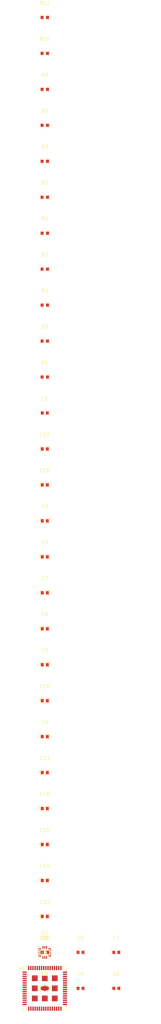
<source format=kicad_pcb>
(kicad_pcb (version 20241229) (generator "atopile") (generator_version "0.12.4")
  (layers (0 "F.Cu" signal) (31 "B.Cu" signal) (34 "B.Paste" user) (35 "F.Paste" user) (36 "B.SilkS" user "B.Silkscreen") (37 "F.SilkS" user "F.Silkscreen") (38 "B.Mask" user) (39 "F.Mask" user) (44 "Edge.Cuts" user))
  (net 0 "")
  (net 1 "PC13")
  (net 2 "PA2_UART2_TX")
  (net 3 "PA3_UART2_RX")
  (net 4 "PC0")
  (net 7 "VLXSMPS")
  (net 8 "PC6")
  (net 9 "PC4")
  (net 10 "CS")
  (net 11 "PB7_UART1_RX")
  (net 13 "INT1")
  (net 14 "VBAT")
  (net 15 "ADC3")
  (net 17 "INT2")
  (net 18 "PA4")
  (net 19 "PA5")
  (net 20 "PB9")
  (net 21 "ADC1")
  (net 22 "PB15")
  (net 23 "PA13")
  (net 24 "PB5")
  (net 25 "SDO_SA0")
  (net 26 "PC1")
  (net 28 "footprint-net-25")
  (net 29 "PA14")
  (net 30 "PC5")
  (net 31 "VREFpos")
  (net 32 "VFBSMPS")
  (net 33 "PB3")
  (net 34 "footprint-net-24")
  (net 35 "PB8")
  (net 36 "PB4")
  (net 37 "ADC2")
  (net 39 "PC3")
  (net 40 "RES")
  (net 5 "RF_OUT")
  (net 6 "PB1")
  (net 41 "PA10")
  (net 42 "footprint-net-23")
  (net 43 "PA7")
  (net 44 "PB13")
  (net 45 "PB10")
  (net 46 "footprint-net-22")
  (net 47 "PA6")
  (net 48 "footprint-net-21")
  (net 50 "footprint-net-20")
  (net 51 "PB14")
  (net 52 "VDDMPS")
  (net 53 "PB12")
  (net 56 "PA8")
  (net 57 "NRST")
  (net 58 "PC2")
  (net 59 "PA11")
  (net 60 "PA9")
  (net 61 "PB11")
  (net 62 "BOOT0")
  (net 64 "PB2")
  (net 65 "PA12")
  (net 12 "footprint-net-12")
  (net 16 "footprint-net-5")
  (net 27 "footprint-net-18")
  (net 38 "footprint-net-19")
  (net 66 "footprint-net-13")
  (net 67 "footprint-net-6")
  (net 68 "vcc")
  (net 69 "i2c_sda")
  (net 70 "gnd")
  (net 71 "footprint-net-7")
  (net 72 "footprint-net-0")
  (net 73 "i2c_scl")
  (net 74 "footprint-net-8")
  (net 75 "footprint-net-1")
  (net 76 "footprint-net-14")
  (net 77 "footprint-net-9")
  (net 78 "footprint-net-2")
  (net 79 "footprint-net-15")
  (net 80 "footprint-net-16")
  (net 81 "footprint-net-10")
  (net 82 "footprint-net-3")
  (net 83 "footprint-net-11")
  (net 84 "footprint-net-4")
  (net 85 "footprint-net-17")
  (net 49 "coil_b-net-2")
  (net 54 "coil_a-net-0")
  (net 55 "coil_b-net-3")
  (net 63 "coil_a-net-4")
  (net 86 "coil_a-net-1")
  (net 87 "coil_b-net-0")
  (net 88 "coil_a-net-5")
  (net 89 "coil_b-net-1")
  (net 90 "coil_b-net-5")
  (net 91 "coil_a-net-2")
  (net 92 "coil_b-net-4")
  (net 93 "coil_a-net-3")
  (footprint "FH_CBG160808U820T:L0603" (layer "F.Cu") (at 0 0 0)
    (property "Reference" "C1" (at 0 -4 0) (layer "F.SilkS") (hide no))
    (property "Value" "")
    (fp_text user "${REFERENCE}" (at 0 -4 0) (layer "F.SilkS"))
    (pad "1" smd rect (at -0.7 0 180) (size 0.8 0.86) (layers "F.Cu" "F.Paste" "F.Mask") (net 68 "vcc"))
    (pad "2" smd rect (at 0.7 0 180) (size 0.8 0.86) (layers "F.Cu" "F.Paste" "F.Mask") (net 70 "gnd"))
  )
  (footprint "FH_CBG160808U820T:L0603" (layer "F.Cu") (at 0 -10 0)
    (property "Reference" "C2" (at 0 -4 0) (layer "F.SilkS") (hide no))
    (property "Value" "")
    (fp_text user "${REFERENCE}" (at 0 -4 0) (layer "F.SilkS"))
    (pad "1" smd rect (at -0.7 0 180) (size 0.8 0.86) (layers "F.Cu" "F.Paste" "F.Mask") (net 68 "vcc"))
    (pad "2" smd rect (at 0.7 0 180) (size 0.8 0.86) (layers "F.Cu" "F.Paste" "F.Mask") (net 70 "gnd"))
  )
  (footprint "RAKwireless_RAK3172_SIP_8_SM_NI:LGA-73_L12.0-W12.0-P0.60-TL" (layer "F.Cu") (at 0 0 0)
    (property "Reference" "U1" (at 0 -9.65 0) (layer "F.SilkS") (hide no))
    (property "Value" "")
    (fp_text user "${REFERENCE}" (at 0 -9.65 0) (layer "F.SilkS"))
    (pad "1" smd rect (at -5.65 -4.5 0) (size 1.17 0.37) (layers "F.Cu" "F.Paste" "F.Mask") (net 23 "PA13"))
    (pad "2" smd rect (at -5.65 -3.9 0) (size 1.17 0.37) (layers "F.Cu" "F.Paste" "F.Mask") (net 29 "PA14"))
    (pad "3" smd rect (at -5.65 -3.3 0) (size 1.17 0.37) (layers "F.Cu" "F.Paste" "F.Mask") (net 68 "vcc"))
    (pad "4" smd rect (at -5.65 -2.7 0) (size 1.17 0.37) (layers "F.Cu" "F.Paste" "F.Mask") (net 14 "VBAT"))
    (pad "5" smd rect (at -5.65 -2.1 0) (size 1.17 0.37) (layers "F.Cu" "F.Paste" "F.Mask") (net 1 "PC13"))
    (pad "6" smd rect (at -5.65 -1.5 0) (size 1.17 0.37) (layers "F.Cu" "F.Paste" "F.Mask") (net 31 "VREFpos"))
    (pad "7" smd rect (at -5.65 -0.9 0) (size 1.17 0.37) (layers "F.Cu" "F.Paste" "F.Mask") (net 68 "vcc"))
    (pad "8" smd rect (at -5.65 -0.3 0) (size 1.17 0.37) (layers "F.Cu" "F.Paste" "F.Mask") (net 73 "i2c_scl"))
    (pad "9" smd rect (at -5.65 0.3 0) (size 1.17 0.37) (layers "F.Cu" "F.Paste" "F.Mask") (net 22 "PB15"))
    (pad "10" smd rect (at -5.65 0.9 0) (size 1.17 0.37) (layers "F.Cu" "F.Paste" "F.Mask") (net 32 "VFBSMPS"))
    (pad "11" smd rect (at -5.65 1.5 0) (size 1.17 0.37) (layers "F.Cu" "F.Paste" "F.Mask") (net 52 "VDDMPS"))
    (pad "12" smd rect (at -5.65 2.1 0) (size 1.17 0.37) (layers "F.Cu" "F.Paste" "F.Mask") (net 70 "gnd"))
    (pad "13" smd rect (at -5.65 2.7 0) (size 1.17 0.37) (layers "F.Cu" "F.Paste" "F.Mask") (net 7 "VLXSMPS"))
    (pad "14" smd rect (at -5.65 3.3 0) (size 1.17 0.37) (layers "F.Cu" "F.Paste" "F.Mask") (net 33 "PB3"))
    (pad "15" smd rect (at -5.65 3.9 0) (size 1.17 0.37) (layers "F.Cu" "F.Paste" "F.Mask") (net 36 "PB4"))
    (pad "16" smd rect (at -5.65 4.5 0) (size 1.17 0.37) (layers "F.Cu" "F.Paste" "F.Mask") (net 24 "PB5"))
    (pad "17" smd rect (at -4.5 5.65 0) (size 0.37 1.17) (layers "F.Cu" "F.Paste" "F.Mask") (net 69 "i2c_sda"))
    (pad "18" smd rect (at -3.9 5.65 0) (size 0.37 1.17) (layers "F.Cu" "F.Paste" "F.Mask") (net 11 "PB7_UART1_RX"))
    (pad "19" smd rect (at -3.3 5.65 0) (size 0.37 1.17) (layers "F.Cu" "F.Paste" "F.Mask") (net 35 "PB8"))
    (pad "20" smd rect (at -2.7 5.65 0) (size 0.37 1.17) (layers "F.Cu" "F.Paste" "F.Mask") (net 20 "PB9"))
    (pad "21" smd rect (at -2.1 5.65 0) (size 0.37 1.17) (layers "F.Cu" "F.Paste" "F.Mask") (net 4 "PC0"))
    (pad "22" smd rect (at -1.5 5.65 0) (size 0.37 1.17) (layers "F.Cu" "F.Paste" "F.Mask") (net 26 "PC1"))
    (pad "23" smd rect (at -0.9 5.65 0) (size 0.37 1.17) (layers "F.Cu" "F.Paste" "F.Mask") (net 58 "PC2"))
    (pad "24" smd rect (at -0.3 5.65 0) (size 0.37 1.17) (layers "F.Cu" "F.Paste" "F.Mask") (net 39 "PC3"))
    (pad "25" smd rect (at 0.3 5.65 0) (size 0.37 1.17) (layers "F.Cu" "F.Paste" "F.Mask") (net 9 "PC4"))
    (pad "26" smd rect (at 0.9 5.65 0) (size 0.37 1.17) (layers "F.Cu" "F.Paste" "F.Mask") (net 30 "PC5"))
    (pad "27" smd rect (at 1.5 5.65 0) (size 0.37 1.17) (layers "F.Cu" "F.Paste" "F.Mask") (net 8 "PC6"))
    (pad "28" smd rect (at 2.1 5.65 0) (size 0.37 1.17) (layers "F.Cu" "F.Paste" "F.Mask") (net 70 "gnd"))
    (pad "29" smd rect (at 2.7 5.65 0) (size 0.37 1.17) (layers "F.Cu" "F.Paste" "F.Mask") (net 2 "PA2_UART2_TX"))
    (pad "30" smd rect (at 3.3 5.65 0) (size 0.37 1.17) (layers "F.Cu" "F.Paste" "F.Mask") (net 3 "PA3_UART2_RX"))
    (pad "31" smd rect (at 3.9 5.65 0) (size 0.37 1.17) (layers "F.Cu" "F.Paste" "F.Mask") (net 18 "PA4"))
    (pad "32" smd rect (at 4.5 5.65 0) (size 0.37 1.17) (layers "F.Cu" "F.Paste" "F.Mask") (net 19 "PA5"))
    (pad "33" smd rect (at 5.65 4.5 0) (size 1.17 0.37) (layers "F.Cu" "F.Paste" "F.Mask") (net 47 "PA6"))
    (pad "34" smd rect (at 5.65 3.9 0) (size 1.17 0.37) (layers "F.Cu" "F.Paste" "F.Mask") (net 43 "PA7"))
    (pad "35" smd rect (at 5.65 3.3 0) (size 1.17 0.37) (layers "F.Cu" "F.Paste" "F.Mask") (net 70 "gnd"))
    (pad "36" smd rect (at 5.65 2.7 0) (size 1.17 0.37) (layers "F.Cu" "F.Paste" "F.Mask") (net 70 "gnd"))
    (pad "37" smd rect (at 5.65 2.1 0) (size 1.17 0.37) (layers "F.Cu" "F.Paste" "F.Mask") (net 5 "RF_OUT"))
    (pad "38" smd rect (at 5.65 1.5 0) (size 1.17 0.37) (layers "F.Cu" "F.Paste" "F.Mask") (net 70 "gnd"))
    (pad "39" smd rect (at 5.65 0.9 0) (size 1.17 0.37) (layers "F.Cu" "F.Paste" "F.Mask") (net 70 "gnd"))
    (pad "40" smd rect (at 5.65 0.3 0) (size 1.17 0.37) (layers "F.Cu" "F.Paste" "F.Mask") (net 50 "footprint-net-20"))
    (pad "41" smd rect (at 5.65 -0.3 0) (size 1.17 0.37) (layers "F.Cu" "F.Paste" "F.Mask") (net 48 "footprint-net-21"))
    (pad "42" smd rect (at 5.65 -0.9 0) (size 1.17 0.37) (layers "F.Cu" "F.Paste" "F.Mask") (net 46 "footprint-net-22"))
    (pad "43" smd rect (at 5.65 -1.5 0) (size 1.17 0.37) (layers "F.Cu" "F.Paste" "F.Mask") (net 62 "BOOT0"))
    (pad "44" smd rect (at 5.65 -2.1 0) (size 1.17 0.37) (layers "F.Cu" "F.Paste" "F.Mask") (net 57 "NRST"))
    (pad "45" smd rect (at 5.65 -2.7 0) (size 1.17 0.37) (layers "F.Cu" "F.Paste" "F.Mask") (net 42 "footprint-net-23"))
    (pad "46" smd rect (at 5.65 -3.3 0) (size 1.17 0.37) (layers "F.Cu" "F.Paste" "F.Mask") (net 70 "gnd"))
    (pad "47" smd rect (at 5.65 -3.9 0) (size 1.17 0.37) (layers "F.Cu" "F.Paste" "F.Mask") (net 70 "gnd"))
    (pad "48" smd rect (at 5.65 -4.5 0) (size 1.17 0.37) (layers "F.Cu" "F.Paste" "F.Mask") (net 61 "PB11"))
    (pad "49" smd rect (at 4.5 -5.65 0) (size 0.37 1.17) (layers "F.Cu" "F.Paste" "F.Mask") (net 45 "PB10"))
    (pad "50" smd rect (at 3.9 -5.65 0) (size 0.37 1.17) (layers "F.Cu" "F.Paste" "F.Mask") (net 60 "PA9"))
    (pad "51" smd rect (at 3.3 -5.65 0) (size 0.37 1.17) (layers "F.Cu" "F.Paste" "F.Mask") (net 56 "PA8"))
    (pad "52" smd rect (at 2.7 -5.65 0) (size 0.37 1.17) (layers "F.Cu" "F.Paste" "F.Mask") (net 70 "gnd"))
    (pad "53" smd rect (at 2.1 -5.65 0) (size 0.37 1.17) (layers "F.Cu" "F.Paste" "F.Mask") (net 68 "vcc"))
    (pad "54" smd rect (at 1.5 -5.65 0) (size 0.37 1.17) (layers "F.Cu" "F.Paste" "F.Mask") (net 68 "vcc"))
    (pad "55" smd rect (at 0.9 -5.65 0) (size 0.37 1.17) (layers "F.Cu" "F.Paste" "F.Mask") (net 68 "vcc"))
    (pad "56" smd rect (at 0.3 -5.65 0) (size 0.37 1.17) (layers "F.Cu" "F.Paste" "F.Mask") (net 70 "gnd"))
    (pad "57" smd rect (at -0.3 -5.65 0) (size 0.37 1.17) (layers "F.Cu" "F.Paste" "F.Mask") (net 6 "PB1"))
    (pad "58" smd rect (at -0.9 -5.65 0) (size 0.37 1.17) (layers "F.Cu" "F.Paste" "F.Mask") (net 64 "PB2"))
    (pad "59" smd rect (at -1.5 -5.65 0) (size 0.37 1.17) (layers "F.Cu" "F.Paste" "F.Mask") (net 53 "PB12"))
    (pad "60" smd rect (at -2.1 -5.65 0) (size 0.37 1.17) (layers "F.Cu" "F.Paste" "F.Mask") (net 44 "PB13"))
    (pad "61" smd rect (at -2.7 -5.65 0) (size 0.37 1.17) (layers "F.Cu" "F.Paste" "F.Mask") (net 51 "PB14"))
    (pad "62" smd rect (at -3.3 -5.65 0) (size 0.37 1.17) (layers "F.Cu" "F.Paste" "F.Mask") (net 41 "PA10"))
    (pad "63" smd rect (at -3.9 -5.65 0) (size 0.37 1.17) (layers "F.Cu" "F.Paste" "F.Mask") (net 59 "PA11"))
    (pad "64" smd rect (at -4.5 -5.65 0) (size 0.37 1.17) (layers "F.Cu" "F.Paste" "F.Mask") (net 65 "PA12"))
    (pad "65" smd rect (at -2.8 -2.8 0) (size 1.6 1.6) (layers "F.Cu" "F.Paste" "F.Mask") (net 70 "gnd"))
    (pad "66" smd rect (at 0 -2.8 0) (size 1.6 1.6) (layers "F.Cu" "F.Paste" "F.Mask") (net 70 "gnd"))
    (pad "67" smd rect (at 2.8 -2.8 0) (size 1.6 1.6) (layers "F.Cu" "F.Paste" "F.Mask") (net 70 "gnd"))
    (pad "68" smd rect (at -2.8 0 0) (size 1.6 1.6) (layers "F.Cu" "F.Paste" "F.Mask") (net 70 "gnd"))
    (pad "69" smd rect (at 0 0 0) (size 1.6 1.6) (layers "F.Cu" "F.Paste" "F.Mask") (net 70 "gnd"))
    (pad "70" smd rect (at 2.8 0 0) (size 1.6 1.6) (layers "F.Cu" "F.Paste" "F.Mask") (net 70 "gnd"))
    (pad "71" smd rect (at -2.8 2.8 0) (size 1.6 1.6) (layers "F.Cu" "F.Paste" "F.Mask") (net 70 "gnd"))
    (pad "72" smd rect (at 0 2.8 0) (size 1.6 1.6) (layers "F.Cu" "F.Paste" "F.Mask") (net 70 "gnd"))
    (pad "73" smd rect (at 2.8 2.8 0) (size 1.6 1.6) (layers "F.Cu" "F.Paste" "F.Mask") (net 70 "gnd"))
  )
  (footprint "STMicroelectronics_LIS3DHTR:LGA-16_L3.0-W3.0-P0.50-TL" (layer "F.Cu") (at 0 -10 0)
    (property "Reference" "U2" (at 0 -5.4 0) (layer "F.SilkS") (hide no))
    (property "Value" "")
    (fp_text user "${REFERENCE}" (at 0 -5.4 0) (layer "F.SilkS"))
    (pad "1" smd oval (at -1.4 -1 0) (size 0.8 0.28) (layers "F.Cu" "F.Paste" "F.Mask") (net 68 "vcc"))
    (pad "2" smd oval (at -1.4 -0.5 0) (size 0.8 0.28) (layers "F.Cu" "F.Paste" "F.Mask") (net 34 "footprint-net-24"))
    (pad "3" smd oval (at -1.4 0 0) (size 0.8 0.28) (layers "F.Cu" "F.Paste" "F.Mask") (net 28 "footprint-net-25"))
    (pad "4" smd oval (at -1.4 0.5 0) (size 0.8 0.28) (layers "F.Cu" "F.Paste" "F.Mask") (net 73 "i2c_scl"))
    (pad "5" smd oval (at -1.4 1 0) (size 0.8 0.28) (layers "F.Cu" "F.Paste" "F.Mask") (net 70 "gnd"))
    (pad "6" smd oval (at -0.5 1.4 0) (size 0.28 0.8) (layers "F.Cu" "F.Paste" "F.Mask") (net 69 "i2c_sda"))
    (pad "7" smd oval (at 0 1.4 0) (size 0.28 0.8) (layers "F.Cu" "F.Paste" "F.Mask") (net 25 "SDO_SA0"))
    (pad "8" smd oval (at 0.5 1.4 0) (size 0.28 0.8) (layers "F.Cu" "F.Paste" "F.Mask") (net 10 "CS"))
    (pad "9" smd oval (at 1.4 1 0) (size 0.8 0.28) (layers "F.Cu" "F.Paste" "F.Mask") (net 17 "INT2"))
    (pad "10" smd oval (at 1.4 0.5 0) (size 0.8 0.28) (layers "F.Cu" "F.Paste" "F.Mask") (net 40 "RES"))
    (pad "11" smd oval (at 1.4 0 0) (size 0.8 0.28) (layers "F.Cu" "F.Paste" "F.Mask") (net 13 "INT1"))
    (pad "12" smd oval (at 1.4 -0.5 0) (size 0.8 0.28) (layers "F.Cu" "F.Paste" "F.Mask") (net 70 "gnd"))
    (pad "13" smd oval (at 1.4 -1 0) (size 0.8 0.28) (layers "F.Cu" "F.Paste" "F.Mask") (net 15 "ADC3"))
    (pad "14" smd oval (at 0.5 -1.4 0) (size 0.28 0.8) (layers "F.Cu" "F.Paste" "F.Mask") (net 68 "vcc"))
    (pad "15" smd oval (at 0 -1.4 0) (size 0.28 0.8) (layers "F.Cu" "F.Paste" "F.Mask") (net 37 "ADC2"))
    (pad "16" smd oval (at -0.5 -1.4 0) (size 0.28 0.8) (layers "F.Cu" "F.Paste" "F.Mask") (net 21 "ADC1"))
  )
  (footprint "YAGEO_CC0603KRX7R9BB104:C0603" (layer "F.Cu") (at 0 0 0)
    (property "Reference" "C3" (at 0 -4 0) (layer "F.SilkS") (hide no))
    (property "Value" "100nF ±10% 50V X7R")
    (fp_text user "${REFERENCE}" (at 0 -4 0) (layer "F.SilkS"))
    (pad "2" smd rect (at 0.7 0 0) (size 0.8 0.9) (layers "F.Cu" "F.Paste" "F.Mask") (net 70 "gnd"))
    (pad "1" smd rect (at -0.7 0 0) (size 0.8 0.9) (layers "F.Cu" "F.Paste" "F.Mask") (net 68 "vcc"))
  )
  (footprint "YAGEO_CC0603KRX7R9BB104:C0603" (layer "F.Cu") (at 0 -10 0)
    (property "Reference" "C12" (at 0 -4 0) (layer "F.SilkS") (hide no))
    (property "Value" "100nF ±10% 50V X7R")
    (fp_text user "${REFERENCE}" (at 0 -4 0) (layer "F.SilkS"))
    (pad "2" smd rect (at 0.7 0 0) (size 0.8 0.9) (layers "F.Cu" "F.Paste" "F.Mask") (net 70 "gnd"))
    (pad "1" smd rect (at -0.7 0 0) (size 0.8 0.9) (layers "F.Cu" "F.Paste" "F.Mask") (net 68 "vcc"))
  )
  (footprint "YAGEO_CC0603KRX7R9BB104:C0603" (layer "F.Cu") (at 0 -20 0)
    (property "Reference" "C13" (at 0 -4 0) (layer "F.SilkS") (hide no))
    (property "Value" "100nF ±10% 50V X7R")
    (fp_text user "${REFERENCE}" (at 0 -4 0) (layer "F.SilkS"))
    (pad "2" smd rect (at 0.7 0 0) (size 0.8 0.9) (layers "F.Cu" "F.Paste" "F.Mask") (net 70 "gnd"))
    (pad "1" smd rect (at -0.7 0 0) (size 0.8 0.9) (layers "F.Cu" "F.Paste" "F.Mask") (net 68 "vcc"))
  )
  (footprint "YAGEO_CC0603KRX7R9BB104:C0603" (layer "F.Cu") (at 0 -30 0)
    (property "Reference" "C14" (at 0 -4 0) (layer "F.SilkS") (hide no))
    (property "Value" "100nF ±10% 50V X7R")
    (fp_text user "${REFERENCE}" (at 0 -4 0) (layer "F.SilkS"))
    (pad "2" smd rect (at 0.7 0 0) (size 0.8 0.9) (layers "F.Cu" "F.Paste" "F.Mask") (net 70 "gnd"))
    (pad "1" smd rect (at -0.7 0 0) (size 0.8 0.9) (layers "F.Cu" "F.Paste" "F.Mask") (net 68 "vcc"))
  )
  (footprint "YAGEO_CC0603KRX7R9BB104:C0603" (layer "F.Cu") (at 0 -40 0)
    (property "Reference" "C15" (at 0 -4 0) (layer "F.SilkS") (hide no))
    (property "Value" "100nF ±10% 50V X7R")
    (fp_text user "${REFERENCE}" (at 0 -4 0) (layer "F.SilkS"))
    (pad "2" smd rect (at 0.7 0 0) (size 0.8 0.9) (layers "F.Cu" "F.Paste" "F.Mask") (net 70 "gnd"))
    (pad "1" smd rect (at -0.7 0 0) (size 0.8 0.9) (layers "F.Cu" "F.Paste" "F.Mask") (net 68 "vcc"))
  )
  (footprint "YAGEO_CC0603KRX7R9BB104:C0603" (layer "F.Cu") (at 0 -50 0)
    (property "Reference" "C16" (at 0 -4 0) (layer "F.SilkS") (hide no))
    (property "Value" "100nF ±10% 50V X7R")
    (fp_text user "${REFERENCE}" (at 0 -4 0) (layer "F.SilkS"))
    (pad "2" smd rect (at 0.7 0 0) (size 0.8 0.9) (layers "F.Cu" "F.Paste" "F.Mask") (net 70 "gnd"))
    (pad "1" smd rect (at -0.7 0 0) (size 0.8 0.9) (layers "F.Cu" "F.Paste" "F.Mask") (net 68 "vcc"))
  )
  (footprint "YAGEO_CC0603KRX7R9BB104:C0603" (layer "F.Cu") (at 0 -60 0)
    (property "Reference" "C17" (at 0 -4 0) (layer "F.SilkS") (hide no))
    (property "Value" "100nF ±10% 50V X7R")
    (fp_text user "${REFERENCE}" (at 0 -4 0) (layer "F.SilkS"))
    (pad "2" smd rect (at 0.7 0 0) (size 0.8 0.9) (layers "F.Cu" "F.Paste" "F.Mask") (net 70 "gnd"))
    (pad "1" smd rect (at -0.7 0 0) (size 0.8 0.9) (layers "F.Cu" "F.Paste" "F.Mask") (net 68 "vcc"))
  )
  (footprint "YAGEO_CC0603KRX7R9BB104:C0603" (layer "F.Cu") (at 0 -70 0)
    (property "Reference" "C4" (at 0 -4 0) (layer "F.SilkS") (hide no))
    (property "Value" "100nF ±10% 50V X7R")
    (fp_text user "${REFERENCE}" (at 0 -4 0) (layer "F.SilkS"))
    (pad "2" smd rect (at 0.7 0 0) (size 0.8 0.9) (layers "F.Cu" "F.Paste" "F.Mask") (net 70 "gnd"))
    (pad "1" smd rect (at -0.7 0 0) (size 0.8 0.9) (layers "F.Cu" "F.Paste" "F.Mask") (net 68 "vcc"))
  )
  (footprint "YAGEO_CC0603KRX7R9BB104:C0603" (layer "F.Cu") (at 0 -80 0)
    (property "Reference" "C18" (at 0 -4 0) (layer "F.SilkS") (hide no))
    (property "Value" "100nF ±10% 50V X7R")
    (fp_text user "${REFERENCE}" (at 0 -4 0) (layer "F.SilkS"))
    (pad "2" smd rect (at 0.7 0 0) (size 0.8 0.9) (layers "F.Cu" "F.Paste" "F.Mask") (net 70 "gnd"))
    (pad "1" smd rect (at -0.7 0 0) (size 0.8 0.9) (layers "F.Cu" "F.Paste" "F.Mask") (net 68 "vcc"))
  )
  (footprint "YAGEO_CC0603KRX7R9BB104:C0603" (layer "F.Cu") (at 0 -90 0)
    (property "Reference" "C5" (at 0 -4 0) (layer "F.SilkS") (hide no))
    (property "Value" "100nF ±10% 50V X7R")
    (fp_text user "${REFERENCE}" (at 0 -4 0) (layer "F.SilkS"))
    (pad "2" smd rect (at 0.7 0 0) (size 0.8 0.9) (layers "F.Cu" "F.Paste" "F.Mask") (net 70 "gnd"))
    (pad "1" smd rect (at -0.7 0 0) (size 0.8 0.9) (layers "F.Cu" "F.Paste" "F.Mask") (net 68 "vcc"))
  )
  (footprint "YAGEO_CC0603KRX7R9BB104:C0603" (layer "F.Cu") (at 0 -100 0)
    (property "Reference" "C6" (at 0 -4 0) (layer "F.SilkS") (hide no))
    (property "Value" "100nF ±10% 50V X7R")
    (fp_text user "${REFERENCE}" (at 0 -4 0) (layer "F.SilkS"))
    (pad "2" smd rect (at 0.7 0 0) (size 0.8 0.9) (layers "F.Cu" "F.Paste" "F.Mask") (net 70 "gnd"))
    (pad "1" smd rect (at -0.7 0 0) (size 0.8 0.9) (layers "F.Cu" "F.Paste" "F.Mask") (net 68 "vcc"))
  )
  (footprint "YAGEO_CC0603KRX7R9BB104:C0603" (layer "F.Cu") (at 0 -110 0)
    (property "Reference" "C7" (at 0 -4 0) (layer "F.SilkS") (hide no))
    (property "Value" "100nF ±10% 50V X7R")
    (fp_text user "${REFERENCE}" (at 0 -4 0) (layer "F.SilkS"))
    (pad "2" smd rect (at 0.7 0 0) (size 0.8 0.9) (layers "F.Cu" "F.Paste" "F.Mask") (net 70 "gnd"))
    (pad "1" smd rect (at -0.7 0 0) (size 0.8 0.9) (layers "F.Cu" "F.Paste" "F.Mask") (net 68 "vcc"))
  )
  (footprint "YAGEO_CC0603KRX7R9BB104:C0603" (layer "F.Cu") (at 0 -120 0)
    (property "Reference" "C8" (at 0 -4 0) (layer "F.SilkS") (hide no))
    (property "Value" "100nF ±10% 50V X7R")
    (fp_text user "${REFERENCE}" (at 0 -4 0) (layer "F.SilkS"))
    (pad "2" smd rect (at 0.7 0 0) (size 0.8 0.9) (layers "F.Cu" "F.Paste" "F.Mask") (net 70 "gnd"))
    (pad "1" smd rect (at -0.7 0 0) (size 0.8 0.9) (layers "F.Cu" "F.Paste" "F.Mask") (net 68 "vcc"))
  )
  (footprint "YAGEO_CC0603KRX7R9BB104:C0603" (layer "F.Cu") (at 0 -130 0)
    (property "Reference" "C9" (at 0 -4 0) (layer "F.SilkS") (hide no))
    (property "Value" "100nF ±10% 50V X7R")
    (fp_text user "${REFERENCE}" (at 0 -4 0) (layer "F.SilkS"))
    (pad "2" smd rect (at 0.7 0 0) (size 0.8 0.9) (layers "F.Cu" "F.Paste" "F.Mask") (net 70 "gnd"))
    (pad "1" smd rect (at -0.7 0 0) (size 0.8 0.9) (layers "F.Cu" "F.Paste" "F.Mask") (net 68 "vcc"))
  )
  (footprint "YAGEO_CC0603KRX7R9BB104:C0603" (layer "F.Cu") (at 0 -140 0)
    (property "Reference" "C10" (at 0 -4 0) (layer "F.SilkS") (hide no))
    (property "Value" "100nF ±10% 50V X7R")
    (fp_text user "${REFERENCE}" (at 0 -4 0) (layer "F.SilkS"))
    (pad "2" smd rect (at 0.7 0 0) (size 0.8 0.9) (layers "F.Cu" "F.Paste" "F.Mask") (net 70 "gnd"))
    (pad "1" smd rect (at -0.7 0 0) (size 0.8 0.9) (layers "F.Cu" "F.Paste" "F.Mask") (net 68 "vcc"))
  )
  (footprint "YAGEO_CC0603KRX7R9BB104:C0603" (layer "F.Cu") (at 0 -150 0)
    (property "Reference" "C11" (at 0 -4 0) (layer "F.SilkS") (hide no))
    (property "Value" "100nF ±10% 50V X7R")
    (fp_text user "${REFERENCE}" (at 0 -4 0) (layer "F.SilkS"))
    (pad "2" smd rect (at 0.7 0 0) (size 0.8 0.9) (layers "F.Cu" "F.Paste" "F.Mask") (net 70 "gnd"))
    (pad "1" smd rect (at -0.7 0 0) (size 0.8 0.9) (layers "F.Cu" "F.Paste" "F.Mask") (net 68 "vcc"))
  )
  (footprint "Murata_Electronics_LQM18FN100M00D:L0603" (layer "F.Cu") (at 0 -160 0)
    (property "Reference" "L1" (at 0 -4 0) (layer "F.SilkS") (hide no))
    (property "Value" "10µH ±20% 30MHz 50mA 1.17Ω")
    (fp_text user "${REFERENCE}" (at 0 -4 0) (layer "F.SilkS"))
    (pad "1" smd rect (at -0.7 0 180) (size 0.8 0.86) (layers "F.Cu" "F.Paste" "F.Mask") (net 72 "footprint-net-0"))
    (pad "2" smd rect (at 0.7 0 180) (size 0.8 0.86) (layers "F.Cu" "F.Paste" "F.Mask") (net 75 "footprint-net-1"))
  )
  (footprint "UNI_ROYAL_0603WAF1002T5E:R0603" (layer "F.Cu") (at 0 -170 0)
    (property "Reference" "R1" (at 0 -4 0) (layer "F.SilkS") (hide no))
    (property "Value" "10kΩ ±1% 100mW")
    (fp_text user "${REFERENCE}" (at 0 -4 0) (layer "F.SilkS"))
    (pad "2" smd rect (at 0.75 0 0) (size 0.81 0.86) (layers "F.Cu" "F.Paste" "F.Mask") (net 82 "footprint-net-3"))
    (pad "1" smd rect (at -0.75 0 0) (size 0.81 0.86) (layers "F.Cu" "F.Paste" "F.Mask") (net 78 "footprint-net-2"))
  )
  (footprint "UNI_ROYAL_0603WAF1002T5E:R0603" (layer "F.Cu") (at 0 -180 0)
    (property "Reference" "R3" (at 0 -4 0) (layer "F.SilkS") (hide no))
    (property "Value" "10kΩ ±1% 100mW")
    (fp_text user "${REFERENCE}" (at 0 -4 0) (layer "F.SilkS"))
    (pad "2" smd rect (at 0.75 0 0) (size 0.81 0.86) (layers "F.Cu" "F.Paste" "F.Mask") (net 16 "footprint-net-5"))
    (pad "1" smd rect (at -0.75 0 0) (size 0.81 0.86) (layers "F.Cu" "F.Paste" "F.Mask") (net 84 "footprint-net-4"))
  )
  (footprint "UNI_ROYAL_0603WAF1002T5E:R0603" (layer "F.Cu") (at 0 -190 0)
    (property "Reference" "R4" (at 0 -4 0) (layer "F.SilkS") (hide no))
    (property "Value" "10kΩ ±1% 100mW")
    (fp_text user "${REFERENCE}" (at 0 -4 0) (layer "F.SilkS"))
    (pad "2" smd rect (at 0.75 0 0) (size 0.81 0.86) (layers "F.Cu" "F.Paste" "F.Mask") (net 71 "footprint-net-7"))
    (pad "1" smd rect (at -0.75 0 0) (size 0.81 0.86) (layers "F.Cu" "F.Paste" "F.Mask") (net 67 "footprint-net-6"))
  )
  (footprint "UNI_ROYAL_0603WAF1002T5E:R0603" (layer "F.Cu") (at 0 -200 0)
    (property "Reference" "R5" (at 0 -4 0) (layer "F.SilkS") (hide no))
    (property "Value" "10kΩ ±1% 100mW")
    (fp_text user "${REFERENCE}" (at 0 -4 0) (layer "F.SilkS"))
    (pad "2" smd rect (at 0.75 0 0) (size 0.81 0.86) (layers "F.Cu" "F.Paste" "F.Mask") (net 77 "footprint-net-9"))
    (pad "1" smd rect (at -0.75 0 0) (size 0.81 0.86) (layers "F.Cu" "F.Paste" "F.Mask") (net 74 "footprint-net-8"))
  )
  (footprint "UNI_ROYAL_0603WAF1002T5E:R0603" (layer "F.Cu") (at 0 -210 0)
    (property "Reference" "R6" (at 0 -4 0) (layer "F.SilkS") (hide no))
    (property "Value" "10kΩ ±1% 100mW")
    (fp_text user "${REFERENCE}" (at 0 -4 0) (layer "F.SilkS"))
    (pad "2" smd rect (at 0.75 0 0) (size 0.81 0.86) (layers "F.Cu" "F.Paste" "F.Mask") (net 83 "footprint-net-11"))
    (pad "1" smd rect (at -0.75 0 0) (size 0.81 0.86) (layers "F.Cu" "F.Paste" "F.Mask") (net 81 "footprint-net-10"))
  )
  (footprint "UNI_ROYAL_0603WAF1002T5E:R0603" (layer "F.Cu") (at 0 -220 0)
    (property "Reference" "R2" (at 0 -4 0) (layer "F.SilkS") (hide no))
    (property "Value" "10kΩ ±1% 100mW")
    (fp_text user "${REFERENCE}" (at 0 -4 0) (layer "F.SilkS"))
    (pad "2" smd rect (at 0.75 0 0) (size 0.81 0.86) (layers "F.Cu" "F.Paste" "F.Mask") (net 66 "footprint-net-13"))
    (pad "1" smd rect (at -0.75 0 0) (size 0.81 0.86) (layers "F.Cu" "F.Paste" "F.Mask") (net 12 "footprint-net-12"))
  )
  (footprint "UNI_ROYAL_0603WAF1002T5E:R0603" (layer "F.Cu") (at 0 -230 0)
    (property "Reference" "R7" (at 0 -4 0) (layer "F.SilkS") (hide no))
    (property "Value" "10kΩ ±1% 100mW")
    (fp_text user "${REFERENCE}" (at 0 -4 0) (layer "F.SilkS"))
    (pad "2" smd rect (at 0.75 0 0) (size 0.81 0.86) (layers "F.Cu" "F.Paste" "F.Mask") (net 69 "i2c_sda"))
    (pad "1" smd rect (at -0.75 0 0) (size 0.81 0.86) (layers "F.Cu" "F.Paste" "F.Mask") (net 68 "vcc"))
  )
  (footprint "UNI_ROYAL_0603WAF1002T5E:R0603" (layer "F.Cu") (at 0 -240 0)
    (property "Reference" "R8" (at 0 -4 0) (layer "F.SilkS") (hide no))
    (property "Value" "10kΩ ±1% 100mW")
    (fp_text user "${REFERENCE}" (at 0 -4 0) (layer "F.SilkS"))
    (pad "2" smd rect (at 0.75 0 0) (size 0.81 0.86) (layers "F.Cu" "F.Paste" "F.Mask") (net 73 "i2c_scl"))
    (pad "1" smd rect (at -0.75 0 0) (size 0.81 0.86) (layers "F.Cu" "F.Paste" "F.Mask") (net 68 "vcc"))
  )
  (footprint "UNI_ROYAL_0603WAF1002T5E:R0603" (layer "F.Cu") (at 0 -250 0)
    (property "Reference" "R9" (at 0 -4 0) (layer "F.SilkS") (hide no))
    (property "Value" "10kΩ ±1% 100mW")
    (fp_text user "${REFERENCE}" (at 0 -4 0) (layer "F.SilkS"))
    (pad "2" smd rect (at 0.75 0 0) (size 0.81 0.86) (layers "F.Cu" "F.Paste" "F.Mask") (net 79 "footprint-net-15"))
    (pad "1" smd rect (at -0.75 0 0) (size 0.81 0.86) (layers "F.Cu" "F.Paste" "F.Mask") (net 76 "footprint-net-14"))
  )
  (footprint "UNI_ROYAL_0603WAF1002T5E:R0603" (layer "F.Cu") (at 0 -260 0)
    (property "Reference" "R10" (at 0 -4 0) (layer "F.SilkS") (hide no))
    (property "Value" "10kΩ ±1% 100mW")
    (fp_text user "${REFERENCE}" (at 0 -4 0) (layer "F.SilkS"))
    (pad "2" smd rect (at 0.75 0 0) (size 0.81 0.86) (layers "F.Cu" "F.Paste" "F.Mask") (net 85 "footprint-net-17"))
    (pad "1" smd rect (at -0.75 0 0) (size 0.81 0.86) (layers "F.Cu" "F.Paste" "F.Mask") (net 80 "footprint-net-16"))
  )
  (footprint "UNI_ROYAL_0603WAF1002T5E:R0603" (layer "F.Cu") (at 0 -270 0)
    (property "Reference" "R11" (at 0 -4 0) (layer "F.SilkS") (hide no))
    (property "Value" "10kΩ ±1% 100mW")
    (fp_text user "${REFERENCE}" (at 0 -4 0) (layer "F.SilkS"))
    (pad "2" smd rect (at 0.75 0 0) (size 0.81 0.86) (layers "F.Cu" "F.Paste" "F.Mask") (net 38 "footprint-net-19"))
    (pad "1" smd rect (at -0.75 0 0) (size 0.81 0.86) (layers "F.Cu" "F.Paste" "F.Mask") (net 27 "footprint-net-18"))
  )
  (footprint "Murata_Electronics_LQM18FN100M00D:L0603" (layer "F.Cu") (at 0 0 0)
    (property "Reference" "L2" (at 0 -4 0) (layer "F.SilkS") (hide no))
    (property "Value" "10µH ±20% 30MHz 50mA 1.17Ω")
    (fp_text user "${REFERENCE}" (at 0 -4 0) (layer "F.SilkS"))
    (pad "1" smd rect (at -0.7 0 180) (size 0.8 0.86) (layers "F.Cu" "F.Paste" "F.Mask") (net 54 "coil_a-net-0"))
    (pad "2" smd rect (at 0.7 0 180) (size 0.8 0.86) (layers "F.Cu" "F.Paste" "F.Mask") (net 86 "coil_a-net-1"))
  )
  (footprint "Murata_Electronics_LQM18FN100M00D:L0603" (layer "F.Cu") (at 0 -10 0)
    (property "Reference" "L3" (at 0 -4 0) (layer "F.SilkS") (hide no))
    (property "Value" "10µH ±20% 30MHz 50mA 1.17Ω")
    (fp_text user "${REFERENCE}" (at 0 -4 0) (layer "F.SilkS"))
    (pad "1" smd rect (at -0.7 0 180) (size 0.8 0.86) (layers "F.Cu" "F.Paste" "F.Mask") (net 87 "coil_b-net-0"))
    (pad "2" smd rect (at 0.7 0 180) (size 0.8 0.86) (layers "F.Cu" "F.Paste" "F.Mask") (net 89 "coil_b-net-1"))
  )
  (footprint "Murata_Electronics_LQM18FN100M00D:L0603" (layer "F.Cu") (at 10 0 0)
    (property "Reference" "L4" (at 0 -4 0) (layer "F.SilkS") (hide no))
    (property "Value" "10µH ±20% 30MHz 50mA 1.17Ω")
    (fp_text user "${REFERENCE}" (at 0 -4 0) (layer "F.SilkS"))
    (pad "1" smd rect (at -0.7 0 180) (size 0.8 0.86) (layers "F.Cu" "F.Paste" "F.Mask") (net 91 "coil_a-net-2"))
    (pad "2" smd rect (at 0.7 0 180) (size 0.8 0.86) (layers "F.Cu" "F.Paste" "F.Mask") (net 93 "coil_a-net-3"))
  )
  (footprint "Murata_Electronics_LQM18FN100M00D:L0603" (layer "F.Cu") (at 10 -10 0)
    (property "Reference" "L5" (at 0 -4 0) (layer "F.SilkS") (hide no))
    (property "Value" "10µH ±20% 30MHz 50mA 1.17Ω")
    (fp_text user "${REFERENCE}" (at 0 -4 0) (layer "F.SilkS"))
    (pad "1" smd rect (at -0.7 0 180) (size 0.8 0.86) (layers "F.Cu" "F.Paste" "F.Mask") (net 49 "coil_b-net-2"))
    (pad "2" smd rect (at 0.7 0 180) (size 0.8 0.86) (layers "F.Cu" "F.Paste" "F.Mask") (net 55 "coil_b-net-3"))
  )
  (footprint "Murata_Electronics_LQM18FN100M00D:L0603" (layer "F.Cu") (at 20 0 0)
    (property "Reference" "L6" (at 0 -4 0) (layer "F.SilkS") (hide no))
    (property "Value" "10µH ±20% 30MHz 50mA 1.17Ω")
    (fp_text user "${REFERENCE}" (at 0 -4 0) (layer "F.SilkS"))
    (pad "1" smd rect (at -0.7 0 180) (size 0.8 0.86) (layers "F.Cu" "F.Paste" "F.Mask") (net 63 "coil_a-net-4"))
    (pad "2" smd rect (at 0.7 0 180) (size 0.8 0.86) (layers "F.Cu" "F.Paste" "F.Mask") (net 88 "coil_a-net-5"))
  )
  (footprint "Murata_Electronics_LQM18FN100M00D:L0603" (layer "F.Cu") (at 20 -10 0)
    (property "Reference" "L7" (at 0 -4 0) (layer "F.SilkS") (hide no))
    (property "Value" "10µH ±20% 30MHz 50mA 1.17Ω")
    (fp_text user "${REFERENCE}" (at 0 -4 0) (layer "F.SilkS"))
    (pad "1" smd rect (at -0.7 0 180) (size 0.8 0.86) (layers "F.Cu" "F.Paste" "F.Mask") (net 92 "coil_b-net-4"))
    (pad "2" smd rect (at 0.7 0 180) (size 0.8 0.86) (layers "F.Cu" "F.Paste" "F.Mask") (net 90 "coil_b-net-5"))
  )
)
</source>
